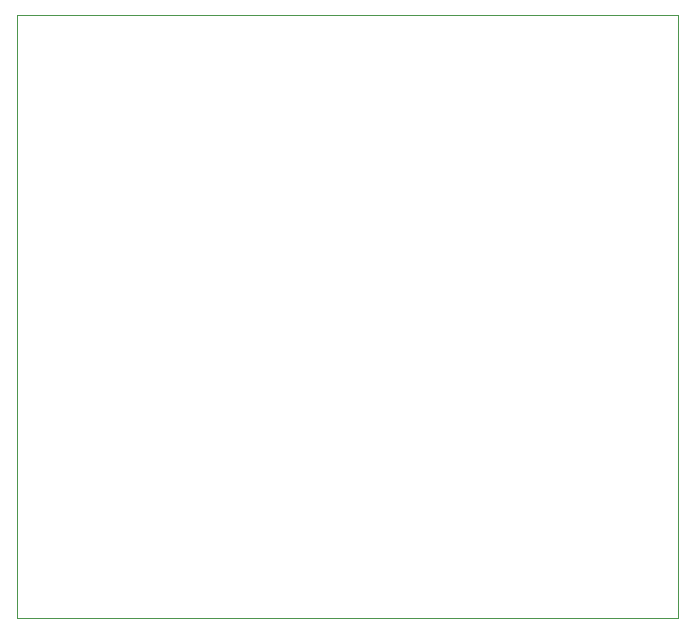
<source format=gbr>
%TF.GenerationSoftware,KiCad,Pcbnew,9.0.0*%
%TF.CreationDate,2025-03-11T14:35:03-07:00*%
%TF.ProjectId,RTW_production_pathfinder_V1,5254575f-7072-46f6-9475-6374696f6e5f,rev?*%
%TF.SameCoordinates,Original*%
%TF.FileFunction,Profile,NP*%
%FSLAX46Y46*%
G04 Gerber Fmt 4.6, Leading zero omitted, Abs format (unit mm)*
G04 Created by KiCad (PCBNEW 9.0.0) date 2025-03-11 14:35:03*
%MOMM*%
%LPD*%
G01*
G04 APERTURE LIST*
%TA.AperFunction,Profile*%
%ADD10C,0.050000*%
%TD*%
G04 APERTURE END LIST*
D10*
X128000000Y-77000000D02*
X184000000Y-77000000D01*
X184000000Y-128000000D01*
X128000000Y-128000000D01*
X128000000Y-77000000D01*
M02*

</source>
